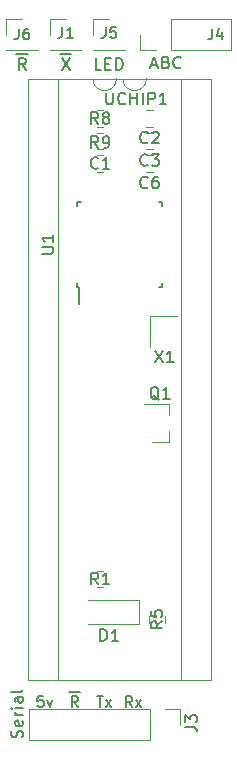
<source format=gbr>
G04 #@! TF.GenerationSoftware,KiCad,Pcbnew,(5.1.10)-1*
G04 #@! TF.CreationDate,2021-10-18T11:35:42-04:00*
G04 #@! TF.ProjectId,6526KernalSwitcher,36353236-4b65-4726-9e61-6c5377697463,rev?*
G04 #@! TF.SameCoordinates,Original*
G04 #@! TF.FileFunction,Legend,Top*
G04 #@! TF.FilePolarity,Positive*
%FSLAX46Y46*%
G04 Gerber Fmt 4.6, Leading zero omitted, Abs format (unit mm)*
G04 Created by KiCad (PCBNEW (5.1.10)-1) date 2021-10-18 11:35:42*
%MOMM*%
%LPD*%
G01*
G04 APERTURE LIST*
%ADD10C,0.150000*%
%ADD11C,0.120000*%
G04 APERTURE END LIST*
D10*
X110648904Y-48299666D02*
X111125095Y-48299666D01*
X110553666Y-48585380D02*
X110887000Y-47585380D01*
X111220333Y-48585380D01*
X111887000Y-48061571D02*
X112029857Y-48109190D01*
X112077476Y-48156809D01*
X112125095Y-48252047D01*
X112125095Y-48394904D01*
X112077476Y-48490142D01*
X112029857Y-48537761D01*
X111934619Y-48585380D01*
X111553666Y-48585380D01*
X111553666Y-47585380D01*
X111887000Y-47585380D01*
X111982238Y-47633000D01*
X112029857Y-47680619D01*
X112077476Y-47775857D01*
X112077476Y-47871095D01*
X112029857Y-47966333D01*
X111982238Y-48013952D01*
X111887000Y-48061571D01*
X111553666Y-48061571D01*
X113125095Y-48490142D02*
X113077476Y-48537761D01*
X112934619Y-48585380D01*
X112839380Y-48585380D01*
X112696523Y-48537761D01*
X112601285Y-48442523D01*
X112553666Y-48347285D01*
X112506047Y-48156809D01*
X112506047Y-48013952D01*
X112553666Y-47823476D01*
X112601285Y-47728238D01*
X112696523Y-47633000D01*
X112839380Y-47585380D01*
X112934619Y-47585380D01*
X113077476Y-47633000D01*
X113125095Y-47680619D01*
X106418142Y-48712380D02*
X105941952Y-48712380D01*
X105941952Y-47712380D01*
X106751476Y-48188571D02*
X107084809Y-48188571D01*
X107227666Y-48712380D02*
X106751476Y-48712380D01*
X106751476Y-47712380D01*
X107227666Y-47712380D01*
X107656238Y-48712380D02*
X107656238Y-47712380D01*
X107894333Y-47712380D01*
X108037190Y-47760000D01*
X108132428Y-47855238D01*
X108180047Y-47950476D01*
X108227666Y-48140952D01*
X108227666Y-48283809D01*
X108180047Y-48474285D01*
X108132428Y-48569523D01*
X108037190Y-48664761D01*
X107894333Y-48712380D01*
X107656238Y-48712380D01*
X102901809Y-47345000D02*
X103854190Y-47345000D01*
X103044666Y-47712380D02*
X103711333Y-48712380D01*
X103711333Y-47712380D02*
X103044666Y-48712380D01*
X99195000Y-47345000D02*
X100195000Y-47345000D01*
X100004523Y-48712380D02*
X99671190Y-48236190D01*
X99433095Y-48712380D02*
X99433095Y-47712380D01*
X99814047Y-47712380D01*
X99909285Y-47760000D01*
X99956904Y-47807619D01*
X100004523Y-47902857D01*
X100004523Y-48045714D01*
X99956904Y-48140952D01*
X99909285Y-48188571D01*
X99814047Y-48236190D01*
X99433095Y-48236190D01*
X101471428Y-101742142D02*
X101042857Y-101742142D01*
X101000000Y-102170714D01*
X101042857Y-102127857D01*
X101128571Y-102085000D01*
X101342857Y-102085000D01*
X101428571Y-102127857D01*
X101471428Y-102170714D01*
X101514285Y-102256428D01*
X101514285Y-102470714D01*
X101471428Y-102556428D01*
X101428571Y-102599285D01*
X101342857Y-102642142D01*
X101128571Y-102642142D01*
X101042857Y-102599285D01*
X101000000Y-102556428D01*
X101814285Y-102042142D02*
X102028571Y-102642142D01*
X102242857Y-102042142D01*
X103690000Y-101392000D02*
X104590000Y-101392000D01*
X104418571Y-102642142D02*
X104118571Y-102213571D01*
X103904285Y-102642142D02*
X103904285Y-101742142D01*
X104247142Y-101742142D01*
X104332857Y-101785000D01*
X104375714Y-101827857D01*
X104418571Y-101913571D01*
X104418571Y-102042142D01*
X104375714Y-102127857D01*
X104332857Y-102170714D01*
X104247142Y-102213571D01*
X103904285Y-102213571D01*
X106058571Y-101742142D02*
X106572857Y-101742142D01*
X106315714Y-102642142D02*
X106315714Y-101742142D01*
X106787142Y-102642142D02*
X107258571Y-102042142D01*
X106787142Y-102042142D02*
X107258571Y-102642142D01*
X109007285Y-102642142D02*
X108707285Y-102213571D01*
X108493000Y-102642142D02*
X108493000Y-101742142D01*
X108835857Y-101742142D01*
X108921571Y-101785000D01*
X108964428Y-101827857D01*
X109007285Y-101913571D01*
X109007285Y-102042142D01*
X108964428Y-102127857D01*
X108921571Y-102170714D01*
X108835857Y-102213571D01*
X108493000Y-102213571D01*
X109307285Y-102642142D02*
X109778714Y-102042142D01*
X109307285Y-102042142D02*
X109778714Y-102642142D01*
D11*
X108220000Y-49470000D02*
X102760000Y-49470000D01*
X102760000Y-49470000D02*
X102760000Y-100390000D01*
X102760000Y-100390000D02*
X115680000Y-100390000D01*
X115680000Y-100390000D02*
X115680000Y-49470000D01*
X115680000Y-49470000D02*
X110220000Y-49470000D01*
X110220000Y-49470000D02*
G75*
G02*
X108220000Y-49470000I-1000000J0D01*
G01*
X113140000Y-49470000D02*
X107680000Y-49470000D01*
X113140000Y-100390000D02*
X113140000Y-49470000D01*
X100220000Y-100390000D02*
X113140000Y-100390000D01*
X100220000Y-49470000D02*
X100220000Y-100390000D01*
X105680000Y-49470000D02*
X100220000Y-49470000D01*
X107680000Y-49470000D02*
G75*
G02*
X105680000Y-49470000I-1000000J0D01*
G01*
X106560252Y-55932000D02*
X106037748Y-55932000D01*
X106560252Y-57352000D02*
X106037748Y-57352000D01*
X110751252Y-53542000D02*
X110228748Y-53542000D01*
X110751252Y-52122000D02*
X110228748Y-52122000D01*
X110751252Y-54027000D02*
X110228748Y-54027000D01*
X110751252Y-55447000D02*
X110228748Y-55447000D01*
X110751252Y-57352000D02*
X110228748Y-57352000D01*
X110751252Y-55932000D02*
X110228748Y-55932000D01*
X102048000Y-44390000D02*
X103378000Y-44390000D01*
X102048000Y-45720000D02*
X102048000Y-44390000D01*
X102048000Y-46990000D02*
X104708000Y-46990000D01*
X104708000Y-46990000D02*
X104708000Y-47050000D01*
X102048000Y-46990000D02*
X102048000Y-47050000D01*
X102048000Y-47050000D02*
X104708000Y-47050000D01*
X113090000Y-102810000D02*
X113090000Y-104140000D01*
X111760000Y-102810000D02*
X113090000Y-102810000D01*
X110490000Y-102810000D02*
X110490000Y-105470000D01*
X110490000Y-105470000D02*
X100270000Y-105470000D01*
X110490000Y-102810000D02*
X100270000Y-102810000D01*
X100270000Y-102810000D02*
X100270000Y-105470000D01*
X109668000Y-47050000D02*
X109668000Y-45720000D01*
X110998000Y-47050000D02*
X109668000Y-47050000D01*
X112268000Y-47050000D02*
X112268000Y-44390000D01*
X112268000Y-44390000D02*
X117408000Y-44390000D01*
X112268000Y-47050000D02*
X117408000Y-47050000D01*
X117408000Y-47050000D02*
X117408000Y-44390000D01*
X105731000Y-47050000D02*
X108391000Y-47050000D01*
X105731000Y-46990000D02*
X105731000Y-47050000D01*
X108391000Y-46990000D02*
X108391000Y-47050000D01*
X105731000Y-46990000D02*
X108391000Y-46990000D01*
X105731000Y-45720000D02*
X105731000Y-44390000D01*
X105731000Y-44390000D02*
X107061000Y-44390000D01*
X98365000Y-44390000D02*
X99695000Y-44390000D01*
X98365000Y-45720000D02*
X98365000Y-44390000D01*
X98365000Y-46990000D02*
X101025000Y-46990000D01*
X101025000Y-46990000D02*
X101025000Y-47050000D01*
X98365000Y-46990000D02*
X98365000Y-47050000D01*
X98365000Y-47050000D02*
X101025000Y-47050000D01*
X112139000Y-80193000D02*
X110679000Y-80193000D01*
X112139000Y-77033000D02*
X109979000Y-77033000D01*
X112139000Y-77033000D02*
X112139000Y-77963000D01*
X112139000Y-80193000D02*
X112139000Y-79263000D01*
X106046748Y-52122000D02*
X106569252Y-52122000D01*
X106046748Y-53542000D02*
X106569252Y-53542000D01*
X106037748Y-55447000D02*
X106560252Y-55447000D01*
X106037748Y-54027000D02*
X106560252Y-54027000D01*
X110483000Y-69516000D02*
X110483000Y-72216000D01*
X112783000Y-69516000D02*
X110483000Y-69516000D01*
X106560252Y-91111000D02*
X106037748Y-91111000D01*
X106560252Y-92531000D02*
X106037748Y-92531000D01*
X111835000Y-94988748D02*
X111835000Y-95511252D01*
X110415000Y-94988748D02*
X110415000Y-95511252D01*
X109611000Y-93615000D02*
X105311000Y-93615000D01*
X109611000Y-95615000D02*
X109611000Y-93615000D01*
X105311000Y-95615000D02*
X109611000Y-95615000D01*
D10*
X104550000Y-67125000D02*
X104550000Y-68550000D01*
X104325000Y-59875000D02*
X104325000Y-60200000D01*
X111575000Y-59875000D02*
X111575000Y-60200000D01*
X111575000Y-67125000D02*
X111575000Y-66800000D01*
X104325000Y-67125000D02*
X104325000Y-66800000D01*
X111575000Y-67125000D02*
X111250000Y-67125000D01*
X111575000Y-59875000D02*
X111250000Y-59875000D01*
X104325000Y-59875000D02*
X104650000Y-59875000D01*
X104325000Y-67125000D02*
X104550000Y-67125000D01*
X106823190Y-50633380D02*
X106823190Y-51442904D01*
X106870809Y-51538142D01*
X106918428Y-51585761D01*
X107013666Y-51633380D01*
X107204142Y-51633380D01*
X107299380Y-51585761D01*
X107347000Y-51538142D01*
X107394619Y-51442904D01*
X107394619Y-50633380D01*
X108442238Y-51538142D02*
X108394619Y-51585761D01*
X108251761Y-51633380D01*
X108156523Y-51633380D01*
X108013666Y-51585761D01*
X107918428Y-51490523D01*
X107870809Y-51395285D01*
X107823190Y-51204809D01*
X107823190Y-51061952D01*
X107870809Y-50871476D01*
X107918428Y-50776238D01*
X108013666Y-50681000D01*
X108156523Y-50633380D01*
X108251761Y-50633380D01*
X108394619Y-50681000D01*
X108442238Y-50728619D01*
X108870809Y-51633380D02*
X108870809Y-50633380D01*
X108870809Y-51109571D02*
X109442238Y-51109571D01*
X109442238Y-51633380D02*
X109442238Y-50633380D01*
X109918428Y-51633380D02*
X109918428Y-50633380D01*
X110394619Y-51633380D02*
X110394619Y-50633380D01*
X110775571Y-50633380D01*
X110870809Y-50681000D01*
X110918428Y-50728619D01*
X110966047Y-50823857D01*
X110966047Y-50966714D01*
X110918428Y-51061952D01*
X110870809Y-51109571D01*
X110775571Y-51157190D01*
X110394619Y-51157190D01*
X111918428Y-51633380D02*
X111347000Y-51633380D01*
X111632714Y-51633380D02*
X111632714Y-50633380D01*
X111537476Y-50776238D01*
X111442238Y-50871476D01*
X111347000Y-50919095D01*
X106132333Y-56999142D02*
X106084714Y-57046761D01*
X105941857Y-57094380D01*
X105846619Y-57094380D01*
X105703761Y-57046761D01*
X105608523Y-56951523D01*
X105560904Y-56856285D01*
X105513285Y-56665809D01*
X105513285Y-56522952D01*
X105560904Y-56332476D01*
X105608523Y-56237238D01*
X105703761Y-56142000D01*
X105846619Y-56094380D01*
X105941857Y-56094380D01*
X106084714Y-56142000D01*
X106132333Y-56189619D01*
X107084714Y-57094380D02*
X106513285Y-57094380D01*
X106799000Y-57094380D02*
X106799000Y-56094380D01*
X106703761Y-56237238D01*
X106608523Y-56332476D01*
X106513285Y-56380095D01*
X110323333Y-54839142D02*
X110275714Y-54886761D01*
X110132857Y-54934380D01*
X110037619Y-54934380D01*
X109894761Y-54886761D01*
X109799523Y-54791523D01*
X109751904Y-54696285D01*
X109704285Y-54505809D01*
X109704285Y-54362952D01*
X109751904Y-54172476D01*
X109799523Y-54077238D01*
X109894761Y-53982000D01*
X110037619Y-53934380D01*
X110132857Y-53934380D01*
X110275714Y-53982000D01*
X110323333Y-54029619D01*
X110704285Y-54029619D02*
X110751904Y-53982000D01*
X110847142Y-53934380D01*
X111085238Y-53934380D01*
X111180476Y-53982000D01*
X111228095Y-54029619D01*
X111275714Y-54124857D01*
X111275714Y-54220095D01*
X111228095Y-54362952D01*
X110656666Y-54934380D01*
X111275714Y-54934380D01*
X110323333Y-56744142D02*
X110275714Y-56791761D01*
X110132857Y-56839380D01*
X110037619Y-56839380D01*
X109894761Y-56791761D01*
X109799523Y-56696523D01*
X109751904Y-56601285D01*
X109704285Y-56410809D01*
X109704285Y-56267952D01*
X109751904Y-56077476D01*
X109799523Y-55982238D01*
X109894761Y-55887000D01*
X110037619Y-55839380D01*
X110132857Y-55839380D01*
X110275714Y-55887000D01*
X110323333Y-55934619D01*
X110656666Y-55839380D02*
X111275714Y-55839380D01*
X110942380Y-56220333D01*
X111085238Y-56220333D01*
X111180476Y-56267952D01*
X111228095Y-56315571D01*
X111275714Y-56410809D01*
X111275714Y-56648904D01*
X111228095Y-56744142D01*
X111180476Y-56791761D01*
X111085238Y-56839380D01*
X110799523Y-56839380D01*
X110704285Y-56791761D01*
X110656666Y-56744142D01*
X110323333Y-58649142D02*
X110275714Y-58696761D01*
X110132857Y-58744380D01*
X110037619Y-58744380D01*
X109894761Y-58696761D01*
X109799523Y-58601523D01*
X109751904Y-58506285D01*
X109704285Y-58315809D01*
X109704285Y-58172952D01*
X109751904Y-57982476D01*
X109799523Y-57887238D01*
X109894761Y-57792000D01*
X110037619Y-57744380D01*
X110132857Y-57744380D01*
X110275714Y-57792000D01*
X110323333Y-57839619D01*
X111180476Y-57744380D02*
X110990000Y-57744380D01*
X110894761Y-57792000D01*
X110847142Y-57839619D01*
X110751904Y-57982476D01*
X110704285Y-58172952D01*
X110704285Y-58553904D01*
X110751904Y-58649142D01*
X110799523Y-58696761D01*
X110894761Y-58744380D01*
X111085238Y-58744380D01*
X111180476Y-58696761D01*
X111228095Y-58649142D01*
X111275714Y-58553904D01*
X111275714Y-58315809D01*
X111228095Y-58220571D01*
X111180476Y-58172952D01*
X111085238Y-58125333D01*
X110894761Y-58125333D01*
X110799523Y-58172952D01*
X110751904Y-58220571D01*
X110704285Y-58315809D01*
X103078000Y-45100142D02*
X103078000Y-45743000D01*
X103035142Y-45871571D01*
X102949428Y-45957285D01*
X102820857Y-46000142D01*
X102735142Y-46000142D01*
X103978000Y-46000142D02*
X103463714Y-46000142D01*
X103720857Y-46000142D02*
X103720857Y-45100142D01*
X103635142Y-45228714D01*
X103549428Y-45314428D01*
X103463714Y-45357285D01*
X113498380Y-104346333D02*
X114212666Y-104346333D01*
X114355523Y-104393952D01*
X114450761Y-104489190D01*
X114498380Y-104632047D01*
X114498380Y-104727285D01*
X113498380Y-103965380D02*
X113498380Y-103346333D01*
X113879333Y-103679666D01*
X113879333Y-103536809D01*
X113926952Y-103441571D01*
X113974571Y-103393952D01*
X114069809Y-103346333D01*
X114307904Y-103346333D01*
X114403142Y-103393952D01*
X114450761Y-103441571D01*
X114498380Y-103536809D01*
X114498380Y-103822523D01*
X114450761Y-103917761D01*
X114403142Y-103965380D01*
X99718761Y-105227190D02*
X99766380Y-105084333D01*
X99766380Y-104846238D01*
X99718761Y-104751000D01*
X99671142Y-104703380D01*
X99575904Y-104655761D01*
X99480666Y-104655761D01*
X99385428Y-104703380D01*
X99337809Y-104751000D01*
X99290190Y-104846238D01*
X99242571Y-105036714D01*
X99194952Y-105131952D01*
X99147333Y-105179571D01*
X99052095Y-105227190D01*
X98956857Y-105227190D01*
X98861619Y-105179571D01*
X98814000Y-105131952D01*
X98766380Y-105036714D01*
X98766380Y-104798619D01*
X98814000Y-104655761D01*
X99718761Y-103846238D02*
X99766380Y-103941476D01*
X99766380Y-104131952D01*
X99718761Y-104227190D01*
X99623523Y-104274809D01*
X99242571Y-104274809D01*
X99147333Y-104227190D01*
X99099714Y-104131952D01*
X99099714Y-103941476D01*
X99147333Y-103846238D01*
X99242571Y-103798619D01*
X99337809Y-103798619D01*
X99433047Y-104274809D01*
X99766380Y-103370047D02*
X99099714Y-103370047D01*
X99290190Y-103370047D02*
X99194952Y-103322428D01*
X99147333Y-103274809D01*
X99099714Y-103179571D01*
X99099714Y-103084333D01*
X99766380Y-102751000D02*
X99099714Y-102751000D01*
X98766380Y-102751000D02*
X98814000Y-102798619D01*
X98861619Y-102751000D01*
X98814000Y-102703380D01*
X98766380Y-102751000D01*
X98861619Y-102751000D01*
X99766380Y-101846238D02*
X99242571Y-101846238D01*
X99147333Y-101893857D01*
X99099714Y-101989095D01*
X99099714Y-102179571D01*
X99147333Y-102274809D01*
X99718761Y-101846238D02*
X99766380Y-101941476D01*
X99766380Y-102179571D01*
X99718761Y-102274809D01*
X99623523Y-102322428D01*
X99528285Y-102322428D01*
X99433047Y-102274809D01*
X99385428Y-102179571D01*
X99385428Y-101941476D01*
X99337809Y-101846238D01*
X99766380Y-101227190D02*
X99718761Y-101322428D01*
X99623523Y-101370047D01*
X98766380Y-101370047D01*
X115778000Y-45227142D02*
X115778000Y-45870000D01*
X115735142Y-45998571D01*
X115649428Y-46084285D01*
X115520857Y-46127142D01*
X115435142Y-46127142D01*
X116592285Y-45527142D02*
X116592285Y-46127142D01*
X116378000Y-45184285D02*
X116163714Y-45827142D01*
X116720857Y-45827142D01*
X106761000Y-45100142D02*
X106761000Y-45743000D01*
X106718142Y-45871571D01*
X106632428Y-45957285D01*
X106503857Y-46000142D01*
X106418142Y-46000142D01*
X107618142Y-45100142D02*
X107189571Y-45100142D01*
X107146714Y-45528714D01*
X107189571Y-45485857D01*
X107275285Y-45443000D01*
X107489571Y-45443000D01*
X107575285Y-45485857D01*
X107618142Y-45528714D01*
X107661000Y-45614428D01*
X107661000Y-45828714D01*
X107618142Y-45914428D01*
X107575285Y-45957285D01*
X107489571Y-46000142D01*
X107275285Y-46000142D01*
X107189571Y-45957285D01*
X107146714Y-45914428D01*
X99395000Y-45227142D02*
X99395000Y-45870000D01*
X99352142Y-45998571D01*
X99266428Y-46084285D01*
X99137857Y-46127142D01*
X99052142Y-46127142D01*
X100209285Y-45227142D02*
X100037857Y-45227142D01*
X99952142Y-45270000D01*
X99909285Y-45312857D01*
X99823571Y-45441428D01*
X99780714Y-45612857D01*
X99780714Y-45955714D01*
X99823571Y-46041428D01*
X99866428Y-46084285D01*
X99952142Y-46127142D01*
X100123571Y-46127142D01*
X100209285Y-46084285D01*
X100252142Y-46041428D01*
X100295000Y-45955714D01*
X100295000Y-45741428D01*
X100252142Y-45655714D01*
X100209285Y-45612857D01*
X100123571Y-45570000D01*
X99952142Y-45570000D01*
X99866428Y-45612857D01*
X99823571Y-45655714D01*
X99780714Y-45741428D01*
X111283761Y-76660619D02*
X111188523Y-76613000D01*
X111093285Y-76517761D01*
X110950428Y-76374904D01*
X110855190Y-76327285D01*
X110759952Y-76327285D01*
X110807571Y-76565380D02*
X110712333Y-76517761D01*
X110617095Y-76422523D01*
X110569476Y-76232047D01*
X110569476Y-75898714D01*
X110617095Y-75708238D01*
X110712333Y-75613000D01*
X110807571Y-75565380D01*
X110998047Y-75565380D01*
X111093285Y-75613000D01*
X111188523Y-75708238D01*
X111236142Y-75898714D01*
X111236142Y-76232047D01*
X111188523Y-76422523D01*
X111093285Y-76517761D01*
X110998047Y-76565380D01*
X110807571Y-76565380D01*
X112188523Y-76565380D02*
X111617095Y-76565380D01*
X111902809Y-76565380D02*
X111902809Y-75565380D01*
X111807571Y-75708238D01*
X111712333Y-75803476D01*
X111617095Y-75851095D01*
X106132333Y-53284380D02*
X105799000Y-52808190D01*
X105560904Y-53284380D02*
X105560904Y-52284380D01*
X105941857Y-52284380D01*
X106037095Y-52332000D01*
X106084714Y-52379619D01*
X106132333Y-52474857D01*
X106132333Y-52617714D01*
X106084714Y-52712952D01*
X106037095Y-52760571D01*
X105941857Y-52808190D01*
X105560904Y-52808190D01*
X106703761Y-52712952D02*
X106608523Y-52665333D01*
X106560904Y-52617714D01*
X106513285Y-52522476D01*
X106513285Y-52474857D01*
X106560904Y-52379619D01*
X106608523Y-52332000D01*
X106703761Y-52284380D01*
X106894238Y-52284380D01*
X106989476Y-52332000D01*
X107037095Y-52379619D01*
X107084714Y-52474857D01*
X107084714Y-52522476D01*
X107037095Y-52617714D01*
X106989476Y-52665333D01*
X106894238Y-52712952D01*
X106703761Y-52712952D01*
X106608523Y-52760571D01*
X106560904Y-52808190D01*
X106513285Y-52903428D01*
X106513285Y-53093904D01*
X106560904Y-53189142D01*
X106608523Y-53236761D01*
X106703761Y-53284380D01*
X106894238Y-53284380D01*
X106989476Y-53236761D01*
X107037095Y-53189142D01*
X107084714Y-53093904D01*
X107084714Y-52903428D01*
X107037095Y-52808190D01*
X106989476Y-52760571D01*
X106894238Y-52712952D01*
X106132333Y-55316380D02*
X105799000Y-54840190D01*
X105560904Y-55316380D02*
X105560904Y-54316380D01*
X105941857Y-54316380D01*
X106037095Y-54364000D01*
X106084714Y-54411619D01*
X106132333Y-54506857D01*
X106132333Y-54649714D01*
X106084714Y-54744952D01*
X106037095Y-54792571D01*
X105941857Y-54840190D01*
X105560904Y-54840190D01*
X106608523Y-55316380D02*
X106799000Y-55316380D01*
X106894238Y-55268761D01*
X106941857Y-55221142D01*
X107037095Y-55078285D01*
X107084714Y-54887809D01*
X107084714Y-54506857D01*
X107037095Y-54411619D01*
X106989476Y-54364000D01*
X106894238Y-54316380D01*
X106703761Y-54316380D01*
X106608523Y-54364000D01*
X106560904Y-54411619D01*
X106513285Y-54506857D01*
X106513285Y-54744952D01*
X106560904Y-54840190D01*
X106608523Y-54887809D01*
X106703761Y-54935428D01*
X106894238Y-54935428D01*
X106989476Y-54887809D01*
X107037095Y-54840190D01*
X107084714Y-54744952D01*
X110950476Y-72477380D02*
X111617142Y-73477380D01*
X111617142Y-72477380D02*
X110950476Y-73477380D01*
X112521904Y-73477380D02*
X111950476Y-73477380D01*
X112236190Y-73477380D02*
X112236190Y-72477380D01*
X112140952Y-72620238D01*
X112045714Y-72715476D01*
X111950476Y-72763095D01*
X106132333Y-92273380D02*
X105799000Y-91797190D01*
X105560904Y-92273380D02*
X105560904Y-91273380D01*
X105941857Y-91273380D01*
X106037095Y-91321000D01*
X106084714Y-91368619D01*
X106132333Y-91463857D01*
X106132333Y-91606714D01*
X106084714Y-91701952D01*
X106037095Y-91749571D01*
X105941857Y-91797190D01*
X105560904Y-91797190D01*
X107084714Y-92273380D02*
X106513285Y-92273380D01*
X106799000Y-92273380D02*
X106799000Y-91273380D01*
X106703761Y-91416238D01*
X106608523Y-91511476D01*
X106513285Y-91559095D01*
X111577380Y-95416666D02*
X111101190Y-95750000D01*
X111577380Y-95988095D02*
X110577380Y-95988095D01*
X110577380Y-95607142D01*
X110625000Y-95511904D01*
X110672619Y-95464285D01*
X110767857Y-95416666D01*
X110910714Y-95416666D01*
X111005952Y-95464285D01*
X111053571Y-95511904D01*
X111101190Y-95607142D01*
X111101190Y-95988095D01*
X110577380Y-94511904D02*
X110577380Y-94988095D01*
X111053571Y-95035714D01*
X111005952Y-94988095D01*
X110958333Y-94892857D01*
X110958333Y-94654761D01*
X111005952Y-94559523D01*
X111053571Y-94511904D01*
X111148809Y-94464285D01*
X111386904Y-94464285D01*
X111482142Y-94511904D01*
X111529761Y-94559523D01*
X111577380Y-94654761D01*
X111577380Y-94892857D01*
X111529761Y-94988095D01*
X111482142Y-95035714D01*
X106322904Y-97067380D02*
X106322904Y-96067380D01*
X106561000Y-96067380D01*
X106703857Y-96115000D01*
X106799095Y-96210238D01*
X106846714Y-96305476D01*
X106894333Y-96495952D01*
X106894333Y-96638809D01*
X106846714Y-96829285D01*
X106799095Y-96924523D01*
X106703857Y-97019761D01*
X106561000Y-97067380D01*
X106322904Y-97067380D01*
X107846714Y-97067380D02*
X107275285Y-97067380D01*
X107561000Y-97067380D02*
X107561000Y-96067380D01*
X107465761Y-96210238D01*
X107370523Y-96305476D01*
X107275285Y-96353095D01*
X101352380Y-64261904D02*
X102161904Y-64261904D01*
X102257142Y-64214285D01*
X102304761Y-64166666D01*
X102352380Y-64071428D01*
X102352380Y-63880952D01*
X102304761Y-63785714D01*
X102257142Y-63738095D01*
X102161904Y-63690476D01*
X101352380Y-63690476D01*
X102352380Y-62690476D02*
X102352380Y-63261904D01*
X102352380Y-62976190D02*
X101352380Y-62976190D01*
X101495238Y-63071428D01*
X101590476Y-63166666D01*
X101638095Y-63261904D01*
M02*

</source>
